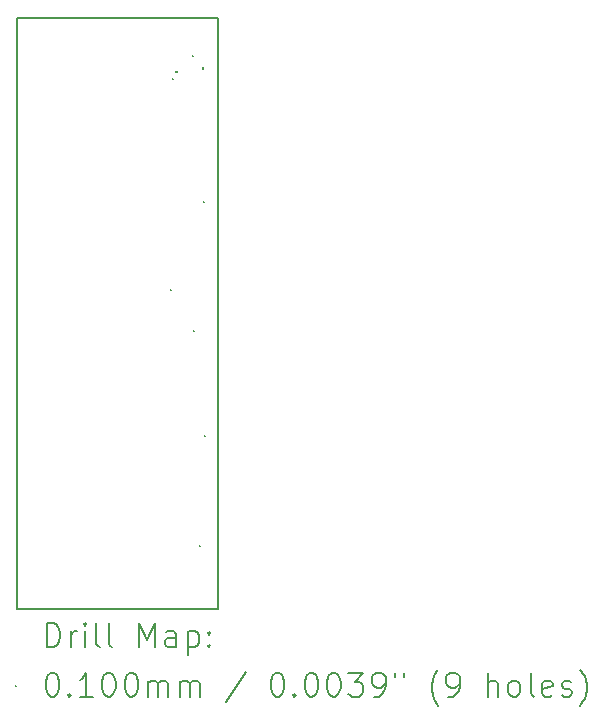
<source format=gbr>
%TF.GenerationSoftware,KiCad,Pcbnew,8.0.1*%
%TF.CreationDate,2024-10-17T14:11:02-05:00*%
%TF.ProjectId,sip-board,7369702d-626f-4617-9264-2e6b69636164,rev?*%
%TF.SameCoordinates,Original*%
%TF.FileFunction,Drillmap*%
%TF.FilePolarity,Positive*%
%FSLAX45Y45*%
G04 Gerber Fmt 4.5, Leading zero omitted, Abs format (unit mm)*
G04 Created by KiCad (PCBNEW 8.0.1) date 2024-10-17 14:11:02*
%MOMM*%
%LPD*%
G01*
G04 APERTURE LIST*
%ADD10C,0.200000*%
%ADD11C,0.100000*%
G04 APERTURE END LIST*
D10*
X13700000Y-7862000D02*
X15400000Y-7862000D01*
X15400000Y-12862000D01*
X13700000Y-12862000D01*
X13700000Y-7862000D01*
D11*
X14991000Y-10155000D02*
X15001000Y-10165000D01*
X15001000Y-10155000D02*
X14991000Y-10165000D01*
X15010000Y-8363000D02*
X15020000Y-8373000D01*
X15020000Y-8363000D02*
X15010000Y-8373000D01*
X15038000Y-8305000D02*
X15048000Y-8315000D01*
X15048000Y-8305000D02*
X15038000Y-8315000D01*
X15178000Y-8171000D02*
X15188000Y-8181000D01*
X15188000Y-8171000D02*
X15178000Y-8181000D01*
X15188000Y-10497000D02*
X15198000Y-10507000D01*
X15198000Y-10497000D02*
X15188000Y-10507000D01*
X15237000Y-12321000D02*
X15247000Y-12331000D01*
X15247000Y-12321000D02*
X15237000Y-12331000D01*
X15262000Y-8277000D02*
X15272000Y-8287000D01*
X15272000Y-8277000D02*
X15262000Y-8287000D01*
X15269000Y-9410000D02*
X15279000Y-9420000D01*
X15279000Y-9410000D02*
X15269000Y-9420000D01*
X15283000Y-11391000D02*
X15293000Y-11401000D01*
X15293000Y-11391000D02*
X15283000Y-11401000D01*
D10*
X13950777Y-13183484D02*
X13950777Y-12983484D01*
X13950777Y-12983484D02*
X13998396Y-12983484D01*
X13998396Y-12983484D02*
X14026967Y-12993008D01*
X14026967Y-12993008D02*
X14046015Y-13012055D01*
X14046015Y-13012055D02*
X14055539Y-13031103D01*
X14055539Y-13031103D02*
X14065062Y-13069198D01*
X14065062Y-13069198D02*
X14065062Y-13097769D01*
X14065062Y-13097769D02*
X14055539Y-13135865D01*
X14055539Y-13135865D02*
X14046015Y-13154912D01*
X14046015Y-13154912D02*
X14026967Y-13173960D01*
X14026967Y-13173960D02*
X13998396Y-13183484D01*
X13998396Y-13183484D02*
X13950777Y-13183484D01*
X14150777Y-13183484D02*
X14150777Y-13050150D01*
X14150777Y-13088246D02*
X14160301Y-13069198D01*
X14160301Y-13069198D02*
X14169824Y-13059674D01*
X14169824Y-13059674D02*
X14188872Y-13050150D01*
X14188872Y-13050150D02*
X14207920Y-13050150D01*
X14274586Y-13183484D02*
X14274586Y-13050150D01*
X14274586Y-12983484D02*
X14265062Y-12993008D01*
X14265062Y-12993008D02*
X14274586Y-13002531D01*
X14274586Y-13002531D02*
X14284110Y-12993008D01*
X14284110Y-12993008D02*
X14274586Y-12983484D01*
X14274586Y-12983484D02*
X14274586Y-13002531D01*
X14398396Y-13183484D02*
X14379348Y-13173960D01*
X14379348Y-13173960D02*
X14369824Y-13154912D01*
X14369824Y-13154912D02*
X14369824Y-12983484D01*
X14503158Y-13183484D02*
X14484110Y-13173960D01*
X14484110Y-13173960D02*
X14474586Y-13154912D01*
X14474586Y-13154912D02*
X14474586Y-12983484D01*
X14731729Y-13183484D02*
X14731729Y-12983484D01*
X14731729Y-12983484D02*
X14798396Y-13126341D01*
X14798396Y-13126341D02*
X14865062Y-12983484D01*
X14865062Y-12983484D02*
X14865062Y-13183484D01*
X15046015Y-13183484D02*
X15046015Y-13078722D01*
X15046015Y-13078722D02*
X15036491Y-13059674D01*
X15036491Y-13059674D02*
X15017443Y-13050150D01*
X15017443Y-13050150D02*
X14979348Y-13050150D01*
X14979348Y-13050150D02*
X14960301Y-13059674D01*
X15046015Y-13173960D02*
X15026967Y-13183484D01*
X15026967Y-13183484D02*
X14979348Y-13183484D01*
X14979348Y-13183484D02*
X14960301Y-13173960D01*
X14960301Y-13173960D02*
X14950777Y-13154912D01*
X14950777Y-13154912D02*
X14950777Y-13135865D01*
X14950777Y-13135865D02*
X14960301Y-13116817D01*
X14960301Y-13116817D02*
X14979348Y-13107293D01*
X14979348Y-13107293D02*
X15026967Y-13107293D01*
X15026967Y-13107293D02*
X15046015Y-13097769D01*
X15141253Y-13050150D02*
X15141253Y-13250150D01*
X15141253Y-13059674D02*
X15160301Y-13050150D01*
X15160301Y-13050150D02*
X15198396Y-13050150D01*
X15198396Y-13050150D02*
X15217443Y-13059674D01*
X15217443Y-13059674D02*
X15226967Y-13069198D01*
X15226967Y-13069198D02*
X15236491Y-13088246D01*
X15236491Y-13088246D02*
X15236491Y-13145388D01*
X15236491Y-13145388D02*
X15226967Y-13164436D01*
X15226967Y-13164436D02*
X15217443Y-13173960D01*
X15217443Y-13173960D02*
X15198396Y-13183484D01*
X15198396Y-13183484D02*
X15160301Y-13183484D01*
X15160301Y-13183484D02*
X15141253Y-13173960D01*
X15322205Y-13164436D02*
X15331729Y-13173960D01*
X15331729Y-13173960D02*
X15322205Y-13183484D01*
X15322205Y-13183484D02*
X15312682Y-13173960D01*
X15312682Y-13173960D02*
X15322205Y-13164436D01*
X15322205Y-13164436D02*
X15322205Y-13183484D01*
X15322205Y-13059674D02*
X15331729Y-13069198D01*
X15331729Y-13069198D02*
X15322205Y-13078722D01*
X15322205Y-13078722D02*
X15312682Y-13069198D01*
X15312682Y-13069198D02*
X15322205Y-13059674D01*
X15322205Y-13059674D02*
X15322205Y-13078722D01*
D11*
X13680000Y-13507000D02*
X13690000Y-13517000D01*
X13690000Y-13507000D02*
X13680000Y-13517000D01*
D10*
X13988872Y-13403484D02*
X14007920Y-13403484D01*
X14007920Y-13403484D02*
X14026967Y-13413008D01*
X14026967Y-13413008D02*
X14036491Y-13422531D01*
X14036491Y-13422531D02*
X14046015Y-13441579D01*
X14046015Y-13441579D02*
X14055539Y-13479674D01*
X14055539Y-13479674D02*
X14055539Y-13527293D01*
X14055539Y-13527293D02*
X14046015Y-13565388D01*
X14046015Y-13565388D02*
X14036491Y-13584436D01*
X14036491Y-13584436D02*
X14026967Y-13593960D01*
X14026967Y-13593960D02*
X14007920Y-13603484D01*
X14007920Y-13603484D02*
X13988872Y-13603484D01*
X13988872Y-13603484D02*
X13969824Y-13593960D01*
X13969824Y-13593960D02*
X13960301Y-13584436D01*
X13960301Y-13584436D02*
X13950777Y-13565388D01*
X13950777Y-13565388D02*
X13941253Y-13527293D01*
X13941253Y-13527293D02*
X13941253Y-13479674D01*
X13941253Y-13479674D02*
X13950777Y-13441579D01*
X13950777Y-13441579D02*
X13960301Y-13422531D01*
X13960301Y-13422531D02*
X13969824Y-13413008D01*
X13969824Y-13413008D02*
X13988872Y-13403484D01*
X14141253Y-13584436D02*
X14150777Y-13593960D01*
X14150777Y-13593960D02*
X14141253Y-13603484D01*
X14141253Y-13603484D02*
X14131729Y-13593960D01*
X14131729Y-13593960D02*
X14141253Y-13584436D01*
X14141253Y-13584436D02*
X14141253Y-13603484D01*
X14341253Y-13603484D02*
X14226967Y-13603484D01*
X14284110Y-13603484D02*
X14284110Y-13403484D01*
X14284110Y-13403484D02*
X14265062Y-13432055D01*
X14265062Y-13432055D02*
X14246015Y-13451103D01*
X14246015Y-13451103D02*
X14226967Y-13460627D01*
X14465062Y-13403484D02*
X14484110Y-13403484D01*
X14484110Y-13403484D02*
X14503158Y-13413008D01*
X14503158Y-13413008D02*
X14512682Y-13422531D01*
X14512682Y-13422531D02*
X14522205Y-13441579D01*
X14522205Y-13441579D02*
X14531729Y-13479674D01*
X14531729Y-13479674D02*
X14531729Y-13527293D01*
X14531729Y-13527293D02*
X14522205Y-13565388D01*
X14522205Y-13565388D02*
X14512682Y-13584436D01*
X14512682Y-13584436D02*
X14503158Y-13593960D01*
X14503158Y-13593960D02*
X14484110Y-13603484D01*
X14484110Y-13603484D02*
X14465062Y-13603484D01*
X14465062Y-13603484D02*
X14446015Y-13593960D01*
X14446015Y-13593960D02*
X14436491Y-13584436D01*
X14436491Y-13584436D02*
X14426967Y-13565388D01*
X14426967Y-13565388D02*
X14417443Y-13527293D01*
X14417443Y-13527293D02*
X14417443Y-13479674D01*
X14417443Y-13479674D02*
X14426967Y-13441579D01*
X14426967Y-13441579D02*
X14436491Y-13422531D01*
X14436491Y-13422531D02*
X14446015Y-13413008D01*
X14446015Y-13413008D02*
X14465062Y-13403484D01*
X14655539Y-13403484D02*
X14674586Y-13403484D01*
X14674586Y-13403484D02*
X14693634Y-13413008D01*
X14693634Y-13413008D02*
X14703158Y-13422531D01*
X14703158Y-13422531D02*
X14712682Y-13441579D01*
X14712682Y-13441579D02*
X14722205Y-13479674D01*
X14722205Y-13479674D02*
X14722205Y-13527293D01*
X14722205Y-13527293D02*
X14712682Y-13565388D01*
X14712682Y-13565388D02*
X14703158Y-13584436D01*
X14703158Y-13584436D02*
X14693634Y-13593960D01*
X14693634Y-13593960D02*
X14674586Y-13603484D01*
X14674586Y-13603484D02*
X14655539Y-13603484D01*
X14655539Y-13603484D02*
X14636491Y-13593960D01*
X14636491Y-13593960D02*
X14626967Y-13584436D01*
X14626967Y-13584436D02*
X14617443Y-13565388D01*
X14617443Y-13565388D02*
X14607920Y-13527293D01*
X14607920Y-13527293D02*
X14607920Y-13479674D01*
X14607920Y-13479674D02*
X14617443Y-13441579D01*
X14617443Y-13441579D02*
X14626967Y-13422531D01*
X14626967Y-13422531D02*
X14636491Y-13413008D01*
X14636491Y-13413008D02*
X14655539Y-13403484D01*
X14807920Y-13603484D02*
X14807920Y-13470150D01*
X14807920Y-13489198D02*
X14817443Y-13479674D01*
X14817443Y-13479674D02*
X14836491Y-13470150D01*
X14836491Y-13470150D02*
X14865063Y-13470150D01*
X14865063Y-13470150D02*
X14884110Y-13479674D01*
X14884110Y-13479674D02*
X14893634Y-13498722D01*
X14893634Y-13498722D02*
X14893634Y-13603484D01*
X14893634Y-13498722D02*
X14903158Y-13479674D01*
X14903158Y-13479674D02*
X14922205Y-13470150D01*
X14922205Y-13470150D02*
X14950777Y-13470150D01*
X14950777Y-13470150D02*
X14969824Y-13479674D01*
X14969824Y-13479674D02*
X14979348Y-13498722D01*
X14979348Y-13498722D02*
X14979348Y-13603484D01*
X15074586Y-13603484D02*
X15074586Y-13470150D01*
X15074586Y-13489198D02*
X15084110Y-13479674D01*
X15084110Y-13479674D02*
X15103158Y-13470150D01*
X15103158Y-13470150D02*
X15131729Y-13470150D01*
X15131729Y-13470150D02*
X15150777Y-13479674D01*
X15150777Y-13479674D02*
X15160301Y-13498722D01*
X15160301Y-13498722D02*
X15160301Y-13603484D01*
X15160301Y-13498722D02*
X15169824Y-13479674D01*
X15169824Y-13479674D02*
X15188872Y-13470150D01*
X15188872Y-13470150D02*
X15217443Y-13470150D01*
X15217443Y-13470150D02*
X15236491Y-13479674D01*
X15236491Y-13479674D02*
X15246015Y-13498722D01*
X15246015Y-13498722D02*
X15246015Y-13603484D01*
X15636491Y-13393960D02*
X15465063Y-13651103D01*
X15893634Y-13403484D02*
X15912682Y-13403484D01*
X15912682Y-13403484D02*
X15931729Y-13413008D01*
X15931729Y-13413008D02*
X15941253Y-13422531D01*
X15941253Y-13422531D02*
X15950777Y-13441579D01*
X15950777Y-13441579D02*
X15960301Y-13479674D01*
X15960301Y-13479674D02*
X15960301Y-13527293D01*
X15960301Y-13527293D02*
X15950777Y-13565388D01*
X15950777Y-13565388D02*
X15941253Y-13584436D01*
X15941253Y-13584436D02*
X15931729Y-13593960D01*
X15931729Y-13593960D02*
X15912682Y-13603484D01*
X15912682Y-13603484D02*
X15893634Y-13603484D01*
X15893634Y-13603484D02*
X15874586Y-13593960D01*
X15874586Y-13593960D02*
X15865063Y-13584436D01*
X15865063Y-13584436D02*
X15855539Y-13565388D01*
X15855539Y-13565388D02*
X15846015Y-13527293D01*
X15846015Y-13527293D02*
X15846015Y-13479674D01*
X15846015Y-13479674D02*
X15855539Y-13441579D01*
X15855539Y-13441579D02*
X15865063Y-13422531D01*
X15865063Y-13422531D02*
X15874586Y-13413008D01*
X15874586Y-13413008D02*
X15893634Y-13403484D01*
X16046015Y-13584436D02*
X16055539Y-13593960D01*
X16055539Y-13593960D02*
X16046015Y-13603484D01*
X16046015Y-13603484D02*
X16036491Y-13593960D01*
X16036491Y-13593960D02*
X16046015Y-13584436D01*
X16046015Y-13584436D02*
X16046015Y-13603484D01*
X16179348Y-13403484D02*
X16198396Y-13403484D01*
X16198396Y-13403484D02*
X16217444Y-13413008D01*
X16217444Y-13413008D02*
X16226967Y-13422531D01*
X16226967Y-13422531D02*
X16236491Y-13441579D01*
X16236491Y-13441579D02*
X16246015Y-13479674D01*
X16246015Y-13479674D02*
X16246015Y-13527293D01*
X16246015Y-13527293D02*
X16236491Y-13565388D01*
X16236491Y-13565388D02*
X16226967Y-13584436D01*
X16226967Y-13584436D02*
X16217444Y-13593960D01*
X16217444Y-13593960D02*
X16198396Y-13603484D01*
X16198396Y-13603484D02*
X16179348Y-13603484D01*
X16179348Y-13603484D02*
X16160301Y-13593960D01*
X16160301Y-13593960D02*
X16150777Y-13584436D01*
X16150777Y-13584436D02*
X16141253Y-13565388D01*
X16141253Y-13565388D02*
X16131729Y-13527293D01*
X16131729Y-13527293D02*
X16131729Y-13479674D01*
X16131729Y-13479674D02*
X16141253Y-13441579D01*
X16141253Y-13441579D02*
X16150777Y-13422531D01*
X16150777Y-13422531D02*
X16160301Y-13413008D01*
X16160301Y-13413008D02*
X16179348Y-13403484D01*
X16369825Y-13403484D02*
X16388872Y-13403484D01*
X16388872Y-13403484D02*
X16407920Y-13413008D01*
X16407920Y-13413008D02*
X16417444Y-13422531D01*
X16417444Y-13422531D02*
X16426967Y-13441579D01*
X16426967Y-13441579D02*
X16436491Y-13479674D01*
X16436491Y-13479674D02*
X16436491Y-13527293D01*
X16436491Y-13527293D02*
X16426967Y-13565388D01*
X16426967Y-13565388D02*
X16417444Y-13584436D01*
X16417444Y-13584436D02*
X16407920Y-13593960D01*
X16407920Y-13593960D02*
X16388872Y-13603484D01*
X16388872Y-13603484D02*
X16369825Y-13603484D01*
X16369825Y-13603484D02*
X16350777Y-13593960D01*
X16350777Y-13593960D02*
X16341253Y-13584436D01*
X16341253Y-13584436D02*
X16331729Y-13565388D01*
X16331729Y-13565388D02*
X16322206Y-13527293D01*
X16322206Y-13527293D02*
X16322206Y-13479674D01*
X16322206Y-13479674D02*
X16331729Y-13441579D01*
X16331729Y-13441579D02*
X16341253Y-13422531D01*
X16341253Y-13422531D02*
X16350777Y-13413008D01*
X16350777Y-13413008D02*
X16369825Y-13403484D01*
X16503158Y-13403484D02*
X16626967Y-13403484D01*
X16626967Y-13403484D02*
X16560301Y-13479674D01*
X16560301Y-13479674D02*
X16588872Y-13479674D01*
X16588872Y-13479674D02*
X16607920Y-13489198D01*
X16607920Y-13489198D02*
X16617444Y-13498722D01*
X16617444Y-13498722D02*
X16626967Y-13517769D01*
X16626967Y-13517769D02*
X16626967Y-13565388D01*
X16626967Y-13565388D02*
X16617444Y-13584436D01*
X16617444Y-13584436D02*
X16607920Y-13593960D01*
X16607920Y-13593960D02*
X16588872Y-13603484D01*
X16588872Y-13603484D02*
X16531729Y-13603484D01*
X16531729Y-13603484D02*
X16512682Y-13593960D01*
X16512682Y-13593960D02*
X16503158Y-13584436D01*
X16722206Y-13603484D02*
X16760301Y-13603484D01*
X16760301Y-13603484D02*
X16779349Y-13593960D01*
X16779349Y-13593960D02*
X16788872Y-13584436D01*
X16788872Y-13584436D02*
X16807920Y-13555865D01*
X16807920Y-13555865D02*
X16817444Y-13517769D01*
X16817444Y-13517769D02*
X16817444Y-13441579D01*
X16817444Y-13441579D02*
X16807920Y-13422531D01*
X16807920Y-13422531D02*
X16798396Y-13413008D01*
X16798396Y-13413008D02*
X16779349Y-13403484D01*
X16779349Y-13403484D02*
X16741253Y-13403484D01*
X16741253Y-13403484D02*
X16722206Y-13413008D01*
X16722206Y-13413008D02*
X16712682Y-13422531D01*
X16712682Y-13422531D02*
X16703158Y-13441579D01*
X16703158Y-13441579D02*
X16703158Y-13489198D01*
X16703158Y-13489198D02*
X16712682Y-13508246D01*
X16712682Y-13508246D02*
X16722206Y-13517769D01*
X16722206Y-13517769D02*
X16741253Y-13527293D01*
X16741253Y-13527293D02*
X16779349Y-13527293D01*
X16779349Y-13527293D02*
X16798396Y-13517769D01*
X16798396Y-13517769D02*
X16807920Y-13508246D01*
X16807920Y-13508246D02*
X16817444Y-13489198D01*
X16893634Y-13403484D02*
X16893634Y-13441579D01*
X16969825Y-13403484D02*
X16969825Y-13441579D01*
X17265063Y-13679674D02*
X17255539Y-13670150D01*
X17255539Y-13670150D02*
X17236491Y-13641579D01*
X17236491Y-13641579D02*
X17226968Y-13622531D01*
X17226968Y-13622531D02*
X17217444Y-13593960D01*
X17217444Y-13593960D02*
X17207920Y-13546341D01*
X17207920Y-13546341D02*
X17207920Y-13508246D01*
X17207920Y-13508246D02*
X17217444Y-13460627D01*
X17217444Y-13460627D02*
X17226968Y-13432055D01*
X17226968Y-13432055D02*
X17236491Y-13413008D01*
X17236491Y-13413008D02*
X17255539Y-13384436D01*
X17255539Y-13384436D02*
X17265063Y-13374912D01*
X17350777Y-13603484D02*
X17388872Y-13603484D01*
X17388872Y-13603484D02*
X17407920Y-13593960D01*
X17407920Y-13593960D02*
X17417444Y-13584436D01*
X17417444Y-13584436D02*
X17436491Y-13555865D01*
X17436491Y-13555865D02*
X17446015Y-13517769D01*
X17446015Y-13517769D02*
X17446015Y-13441579D01*
X17446015Y-13441579D02*
X17436491Y-13422531D01*
X17436491Y-13422531D02*
X17426968Y-13413008D01*
X17426968Y-13413008D02*
X17407920Y-13403484D01*
X17407920Y-13403484D02*
X17369825Y-13403484D01*
X17369825Y-13403484D02*
X17350777Y-13413008D01*
X17350777Y-13413008D02*
X17341253Y-13422531D01*
X17341253Y-13422531D02*
X17331730Y-13441579D01*
X17331730Y-13441579D02*
X17331730Y-13489198D01*
X17331730Y-13489198D02*
X17341253Y-13508246D01*
X17341253Y-13508246D02*
X17350777Y-13517769D01*
X17350777Y-13517769D02*
X17369825Y-13527293D01*
X17369825Y-13527293D02*
X17407920Y-13527293D01*
X17407920Y-13527293D02*
X17426968Y-13517769D01*
X17426968Y-13517769D02*
X17436491Y-13508246D01*
X17436491Y-13508246D02*
X17446015Y-13489198D01*
X17684111Y-13603484D02*
X17684111Y-13403484D01*
X17769825Y-13603484D02*
X17769825Y-13498722D01*
X17769825Y-13498722D02*
X17760301Y-13479674D01*
X17760301Y-13479674D02*
X17741253Y-13470150D01*
X17741253Y-13470150D02*
X17712682Y-13470150D01*
X17712682Y-13470150D02*
X17693634Y-13479674D01*
X17693634Y-13479674D02*
X17684111Y-13489198D01*
X17893634Y-13603484D02*
X17874587Y-13593960D01*
X17874587Y-13593960D02*
X17865063Y-13584436D01*
X17865063Y-13584436D02*
X17855539Y-13565388D01*
X17855539Y-13565388D02*
X17855539Y-13508246D01*
X17855539Y-13508246D02*
X17865063Y-13489198D01*
X17865063Y-13489198D02*
X17874587Y-13479674D01*
X17874587Y-13479674D02*
X17893634Y-13470150D01*
X17893634Y-13470150D02*
X17922206Y-13470150D01*
X17922206Y-13470150D02*
X17941253Y-13479674D01*
X17941253Y-13479674D02*
X17950777Y-13489198D01*
X17950777Y-13489198D02*
X17960301Y-13508246D01*
X17960301Y-13508246D02*
X17960301Y-13565388D01*
X17960301Y-13565388D02*
X17950777Y-13584436D01*
X17950777Y-13584436D02*
X17941253Y-13593960D01*
X17941253Y-13593960D02*
X17922206Y-13603484D01*
X17922206Y-13603484D02*
X17893634Y-13603484D01*
X18074587Y-13603484D02*
X18055539Y-13593960D01*
X18055539Y-13593960D02*
X18046015Y-13574912D01*
X18046015Y-13574912D02*
X18046015Y-13403484D01*
X18226968Y-13593960D02*
X18207920Y-13603484D01*
X18207920Y-13603484D02*
X18169825Y-13603484D01*
X18169825Y-13603484D02*
X18150777Y-13593960D01*
X18150777Y-13593960D02*
X18141253Y-13574912D01*
X18141253Y-13574912D02*
X18141253Y-13498722D01*
X18141253Y-13498722D02*
X18150777Y-13479674D01*
X18150777Y-13479674D02*
X18169825Y-13470150D01*
X18169825Y-13470150D02*
X18207920Y-13470150D01*
X18207920Y-13470150D02*
X18226968Y-13479674D01*
X18226968Y-13479674D02*
X18236492Y-13498722D01*
X18236492Y-13498722D02*
X18236492Y-13517769D01*
X18236492Y-13517769D02*
X18141253Y-13536817D01*
X18312682Y-13593960D02*
X18331730Y-13603484D01*
X18331730Y-13603484D02*
X18369825Y-13603484D01*
X18369825Y-13603484D02*
X18388873Y-13593960D01*
X18388873Y-13593960D02*
X18398396Y-13574912D01*
X18398396Y-13574912D02*
X18398396Y-13565388D01*
X18398396Y-13565388D02*
X18388873Y-13546341D01*
X18388873Y-13546341D02*
X18369825Y-13536817D01*
X18369825Y-13536817D02*
X18341253Y-13536817D01*
X18341253Y-13536817D02*
X18322206Y-13527293D01*
X18322206Y-13527293D02*
X18312682Y-13508246D01*
X18312682Y-13508246D02*
X18312682Y-13498722D01*
X18312682Y-13498722D02*
X18322206Y-13479674D01*
X18322206Y-13479674D02*
X18341253Y-13470150D01*
X18341253Y-13470150D02*
X18369825Y-13470150D01*
X18369825Y-13470150D02*
X18388873Y-13479674D01*
X18465063Y-13679674D02*
X18474587Y-13670150D01*
X18474587Y-13670150D02*
X18493634Y-13641579D01*
X18493634Y-13641579D02*
X18503158Y-13622531D01*
X18503158Y-13622531D02*
X18512682Y-13593960D01*
X18512682Y-13593960D02*
X18522206Y-13546341D01*
X18522206Y-13546341D02*
X18522206Y-13508246D01*
X18522206Y-13508246D02*
X18512682Y-13460627D01*
X18512682Y-13460627D02*
X18503158Y-13432055D01*
X18503158Y-13432055D02*
X18493634Y-13413008D01*
X18493634Y-13413008D02*
X18474587Y-13384436D01*
X18474587Y-13384436D02*
X18465063Y-13374912D01*
M02*

</source>
